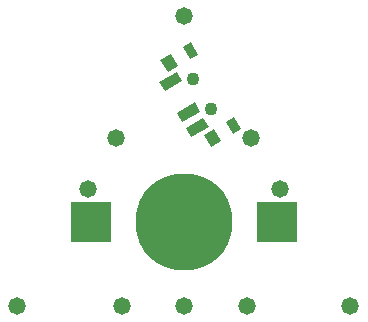
<source format=gbs>
G75*
%MOIN*%
%OFA0B0*%
%FSLAX25Y25*%
%IPPOS*%
%LPD*%
%AMOC8*
5,1,8,0,0,1.08239X$1,22.5*
%
%ADD10C,0.05800*%
%ADD11C,0.32296*%
%ADD12R,0.13300X0.13300*%
%ADD13R,0.03556X0.06706*%
%ADD14R,0.04737X0.03162*%
%ADD15R,0.04737X0.03950*%
%ADD16C,0.04343*%
D10*
X0029661Y0039433D03*
X0064661Y0039433D03*
X0085161Y0039433D03*
X0106161Y0039433D03*
X0140661Y0039433D03*
X0117161Y0078433D03*
X0107661Y0095433D03*
X0062661Y0095433D03*
X0053161Y0078433D03*
X0085161Y0135933D03*
D11*
X0085161Y0067433D03*
D12*
X0054161Y0067433D03*
X0116161Y0067433D03*
D13*
G36*
X0087610Y0095601D02*
X0085832Y0098681D01*
X0091638Y0102033D01*
X0093416Y0098953D01*
X0087610Y0095601D01*
G37*
G36*
X0084657Y0100715D02*
X0082879Y0103795D01*
X0088685Y0107147D01*
X0090463Y0104067D01*
X0084657Y0100715D01*
G37*
G36*
X0078751Y0110944D02*
X0076973Y0114024D01*
X0082779Y0117376D01*
X0084557Y0114296D01*
X0078751Y0110944D01*
G37*
D14*
G36*
X0087571Y0127187D02*
X0089939Y0123086D01*
X0087201Y0121505D01*
X0084833Y0125606D01*
X0087571Y0127187D01*
G37*
G36*
X0101941Y0102298D02*
X0104309Y0098197D01*
X0101571Y0096616D01*
X0099203Y0100717D01*
X0101941Y0102298D01*
G37*
D15*
G36*
X0095122Y0098361D02*
X0097490Y0094260D01*
X0094070Y0092285D01*
X0091702Y0096386D01*
X0095122Y0098361D01*
G37*
G36*
X0080752Y0123251D02*
X0083120Y0119150D01*
X0079700Y0117175D01*
X0077332Y0121276D01*
X0080752Y0123251D01*
G37*
D16*
X0088208Y0115047D03*
X0094114Y0104819D03*
M02*

</source>
